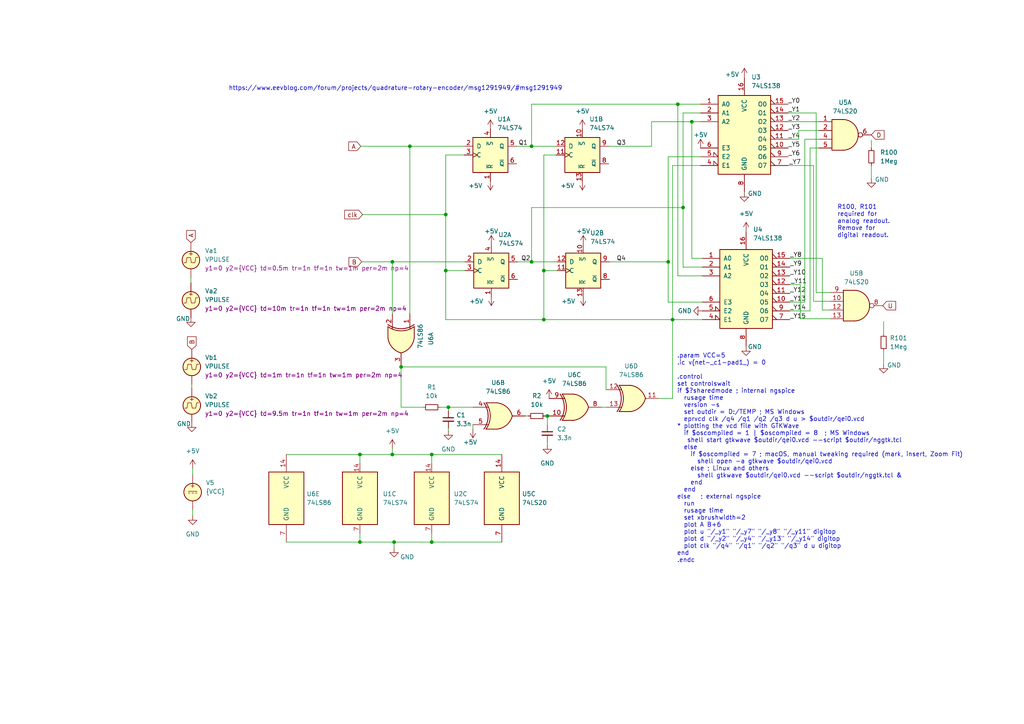
<source format=kicad_sch>
(kicad_sch (version 20230819) (generator eeschema)
  (paper "A4")
  (title_block (title "Quadrature Rotary Encoder") (date "2022-11-22") (comment 2 "Modified for KiCad/ngspice by Holger Vogt") (comment 3 "Author Ian.M"))
  (lib_symbols
    (symbol "74xx:74LS138" (pin_names (offset 1.016))
      (property "Reference" "U" (at -7.62 11.43 0))
      (property "Value" "74LS138" (at -7.62 -13.97 0))
      (symbol "74LS138_1_0"
        (pin input line (at -12.7 7.62 0) (length 5.08) (name "A0") (number "1"))
        (pin output output_low (at 12.7 -5.08 180) (length 5.08) (name "O5") (number "10"))
        (pin output output_low (at 12.7 -2.54 180) (length 5.08) (name "O4") (number "11"))
        (pin output output_low (at 12.7 0 180) (length 5.08) (name "O3") (number "12"))
        (pin output output_low (at 12.7 2.54 180) (length 5.08) (name "O2") (number "13"))
        (pin output output_low (at 12.7 5.08 180) (length 5.08) (name "O1") (number "14"))
        (pin output output_low (at 12.7 7.62 180) (length 5.08) (name "O0") (number "15"))
        (pin power_in line (at 0 15.24 270) (length 5.08) (name "VCC") (number "16"))
        (pin input line (at -12.7 5.08 0) (length 5.08) (name "A1") (number "2"))
        (pin input line (at -12.7 2.54 0) (length 5.08) (name "A2") (number "3"))
        (pin input input_low (at -12.7 -10.16 0) (length 5.08) (name "E1") (number "4"))
        (pin input input_low (at -12.7 -7.62 0) (length 5.08) (name "E2") (number "5"))
        (pin input line (at -12.7 -5.08 0) (length 5.08) (name "E3") (number "6"))
        (pin output output_low (at 12.7 -10.16 180) (length 5.08) (name "O7") (number "7"))
        (pin power_in line (at 0 -17.78 90) (length 5.08) (name "GND") (number "8"))
        (pin output output_low (at 12.7 -7.62 180) (length 5.08) (name "O6") (number "9"))
      )
      (symbol "74LS138_1_1"
        (rectangle (start -7.62 10.16) (end 7.62 -12.7) (stroke (width 0.254)) (fill (type background)))
      )
    )
    (symbol "74xx:74LS20" (pin_names (offset 1.016))
      (property "Reference" "U" (at 0 1.27 0))
      (property "Value" "74LS20" (at 0 -1.27 0))
      (symbol "74LS20_1_1"
        (arc (start -0.635 -4.445) (mid 3.7907 0) (end -0.635 4.445) (stroke (width 0.254)) (fill (type background)))
        (polyline (pts (xy -0.635 4.445) (xy -3.81 4.445) (xy -3.81 -4.445) (xy -0.635 -4.445)) (stroke (width 0.254)) (fill (type background)))
        (pin input line (at -7.62 3.81 0) (length 3.81) (name "~") (number "1"))
        (pin input line (at -7.62 1.27 0) (length 3.81) (name "~") (number "2"))
        (pin input line (at -7.62 -1.27 0) (length 3.81) (name "~") (number "4"))
        (pin input line (at -7.62 -3.81 0) (length 3.81) (name "~") (number "5"))
        (pin output inverted (at 7.62 0 180) (length 3.81) (name "~") (number "6"))
      )
      (symbol "74LS20_1_2"
        (arc (start -3.81 -4.445) (mid -2.5908 0) (end -3.81 4.445) (stroke (width 0.254)))
        (arc (start -0.6096 -4.445) (mid 2.2246 -2.8422) (end 3.81 0) (stroke (width 0.254)) (fill (type background)))
        (polyline (pts (xy -3.81 -4.445) (xy -0.635 -4.445)) (stroke (width 0.254)) (fill (type background)))
        (polyline (pts (xy -3.81 4.445) (xy -0.635 4.445)) (stroke (width 0.254)) (fill (type background)))
        (polyline (pts (xy -0.635 4.445) (xy -3.81 4.445) (xy -3.81 4.445) (xy -3.6322 4.0894) (xy -3.0988 2.921) (xy -2.7686 1.6764) (xy -2.6162 0.4318) (xy -2.6416 -0.8636) (xy -2.8702 -2.1082) (xy -3.2512 -3.3274) (xy -3.81 -4.445) (xy -3.81 -4.445) (xy -0.635 -4.445)) (stroke (width -25.4)) (fill (type background)))
        (arc (start 3.81 0) (mid 2.2204 2.8379) (end -0.6096 4.445) (stroke (width 0.254)) (fill (type background)))
        (pin input inverted (at -7.62 3.81 0) (length 3.81) (name "~") (number "1"))
        (pin input inverted (at -7.62 1.27 0) (length 4.826) (name "~") (number "2"))
        (pin input inverted (at -7.62 -1.27 0) (length 4.826) (name "~") (number "4"))
        (pin input inverted (at -7.62 -3.81 0) (length 3.81) (name "~") (number "5"))
        (pin output line (at 7.62 0 180) (length 3.81) (name "~") (number "6"))
      )
      (symbol "74LS20_2_1"
        (arc (start -0.635 -4.445) (mid 3.7907 0) (end -0.635 4.445) (stroke (width 0.254)) (fill (type background)))
        (polyline (pts (xy -0.635 4.445) (xy -3.81 4.445) (xy -3.81 -4.445) (xy -0.635 -4.445)) (stroke (width 0.254)) (fill (type background)))
        (pin input line (at -7.62 1.27 0) (length 3.81) (name "~") (number "10"))
        (pin input line (at -7.62 -1.27 0) (length 3.81) (name "~") (number "12"))
        (pin input line (at -7.62 -3.81 0) (length 3.81) (name "~") (number "13"))
        (pin output inverted (at 7.62 0 180) (length 3.81) (name "~") (number "8"))
        (pin input line (at -7.62 3.81 0) (length 3.81) (name "~") (number "9"))
      )
      (symbol "74LS20_2_2"
        (arc (start -3.81 -4.445) (mid -2.5908 0) (end -3.81 4.445) (stroke (width 0.254)))
        (arc (start -0.6096 -4.445) (mid 2.2246 -2.8422) (end 3.81 0) (stroke (width 0.254)) (fill (type background)))
        (polyline (pts (xy -3.81 -4.445) (xy -0.635 -4.445)) (stroke (width 0.254)) (fill (type background)))
        (polyline (pts (xy -3.81 4.445) (xy -0.635 4.445)) (stroke (width 0.254)) (fill (type background)))
        (polyline (pts (xy -0.635 4.445) (xy -3.81 4.445) (xy -3.81 4.445) (xy -3.6322 4.0894) (xy -3.0988 2.921) (xy -2.7686 1.6764) (xy -2.6162 0.4318) (xy -2.6416 -0.8636) (xy -2.8702 -2.1082) (xy -3.2512 -3.3274) (xy -3.81 -4.445) (xy -3.81 -4.445) (xy -0.635 -4.445)) (stroke (width -25.4)) (fill (type background)))
        (arc (start 3.81 0) (mid 2.2204 2.8379) (end -0.6096 4.445) (stroke (width 0.254)) (fill (type background)))
        (pin input inverted (at -7.62 1.27 0) (length 4.826) (name "~") (number "10"))
        (pin input inverted (at -7.62 -1.27 0) (length 4.826) (name "~") (number "12"))
        (pin input inverted (at -7.62 -3.81 0) (length 3.81) (name "~") (number "13"))
        (pin output line (at 7.62 0 180) (length 3.81) (name "~") (number "8"))
        (pin input inverted (at -7.62 3.81 0) (length 3.81) (name "~") (number "9"))
      )
      (symbol "74LS20_3_0"
        (pin power_in line (at 0 12.7 270) (length 5.08) (name "VCC") (number "14"))
        (pin power_in line (at 0 -12.7 90) (length 5.08) (name "GND") (number "7"))
      )
      (symbol "74LS20_3_1"
        (rectangle (start -5.08 7.62) (end 5.08 -7.62) (stroke (width 0.254)) (fill (type background)))
      )
    )
    (symbol "74xx:74LS74" (pin_names (offset 1.016))
      (property "Reference" "U" (at -7.62 8.89 0))
      (property "Value" "74LS74" (at -7.62 -8.89 0))
      (symbol "74LS74_1_0"
        (pin input line (at 0 -7.62 90) (length 2.54) (name "~{R}") (number "1"))
        (pin input line (at -7.62 2.54 0) (length 2.54) (name "D") (number "2"))
        (pin input clock (at -7.62 0 0) (length 2.54) (name "C") (number "3"))
        (pin input line (at 0 7.62 270) (length 2.54) (name "~{S}") (number "4"))
        (pin output line (at 7.62 2.54 180) (length 2.54) (name "Q") (number "5"))
        (pin output line (at 7.62 -2.54 180) (length 2.54) (name "~{Q}") (number "6"))
      )
      (symbol "74LS74_1_1"
        (rectangle (start -5.08 5.08) (end 5.08 -5.08) (stroke (width 0.254)) (fill (type background)))
      )
      (symbol "74LS74_2_0"
        (pin input line (at 0 7.62 270) (length 2.54) (name "~{S}") (number "10"))
        (pin input clock (at -7.62 0 0) (length 2.54) (name "C") (number "11"))
        (pin input line (at -7.62 2.54 0) (length 2.54) (name "D") (number "12"))
        (pin input line (at 0 -7.62 90) (length 2.54) (name "~{R}") (number "13"))
        (pin output line (at 7.62 -2.54 180) (length 2.54) (name "~{Q}") (number "8"))
        (pin output line (at 7.62 2.54 180) (length 2.54) (name "Q") (number "9"))
      )
      (symbol "74LS74_2_1"
        (rectangle (start -5.08 5.08) (end 5.08 -5.08) (stroke (width 0.254)) (fill (type background)))
      )
      (symbol "74LS74_3_0"
        (pin power_in line (at 0 10.16 270) (length 2.54) (name "VCC") (number "14"))
        (pin power_in line (at 0 -10.16 90) (length 2.54) (name "GND") (number "7"))
      )
      (symbol "74LS74_3_1"
        (rectangle (start -5.08 7.62) (end 5.08 -7.62) (stroke (width 0.254)) (fill (type background)))
      )
    )
    (symbol "74xx:74LS86" (pin_names (offset 1.016))
      (property "Reference" "U" (at 0 1.27 0))
      (property "Value" "74LS86" (at 0 -1.27 0))
      (symbol "74LS86_1_0"
        (arc (start -4.4196 -3.81) (mid -3.2033 0) (end -4.4196 3.81) (stroke (width 0.254)))
        (arc (start -3.81 -3.81) (mid -2.589 0) (end -3.81 3.81) (stroke (width 0.254)))
        (arc (start -0.6096 -3.81) (mid 2.1842 -2.5851) (end 3.81 0) (stroke (width 0.254)) (fill (type background)))
        (polyline (pts (xy -3.81 -3.81) (xy -0.635 -3.81)) (stroke (width 0.254)) (fill (type background)))
        (polyline (pts (xy -3.81 3.81) (xy -0.635 3.81)) (stroke (width 0.254)) (fill (type background)))
        (polyline (pts (xy -0.635 3.81) (xy -3.81 3.81) (xy -3.81 3.81) (xy -3.556 3.4036) (xy -3.0226 2.2606) (xy -2.6924 1.0414) (xy -2.6162 -0.254) (xy -2.7686 -1.4986) (xy -3.175 -2.7178) (xy -3.81 -3.81) (xy -3.81 -3.81) (xy -0.635 -3.81)) (stroke (width -25.4)) (fill (type background)))
        (arc (start 3.81 0) (mid 2.1915 2.5936) (end -0.6096 3.81) (stroke (width 0.254)) (fill (type background)))
        (pin input line (at -7.62 2.54 0) (length 4.445) (name "~") (number "1"))
        (pin input line (at -7.62 -2.54 0) (length 4.445) (name "~") (number "2"))
        (pin output line (at 7.62 0 180) (length 3.81) (name "~") (number "3"))
      )
      (symbol "74LS86_1_1"
        (polyline (pts (xy -3.81 -2.54) (xy -3.175 -2.54)) (stroke (width 0.1524)))
        (polyline (pts (xy -3.81 2.54) (xy -3.175 2.54)) (stroke (width 0.1524)))
      )
      (symbol "74LS86_2_0"
        (arc (start -4.4196 -3.81) (mid -3.2033 0) (end -4.4196 3.81) (stroke (width 0.254)))
        (arc (start -3.81 -3.81) (mid -2.589 0) (end -3.81 3.81) (stroke (width 0.254)))
        (arc (start -0.6096 -3.81) (mid 2.1842 -2.5851) (end 3.81 0) (stroke (width 0.254)) (fill (type background)))
        (polyline (pts (xy -3.81 -3.81) (xy -0.635 -3.81)) (stroke (width 0.254)) (fill (type background)))
        (polyline (pts (xy -3.81 3.81) (xy -0.635 3.81)) (stroke (width 0.254)) (fill (type background)))
        (polyline (pts (xy -0.635 3.81) (xy -3.81 3.81) (xy -3.81 3.81) (xy -3.556 3.4036) (xy -3.0226 2.2606) (xy -2.6924 1.0414) (xy -2.6162 -0.254) (xy -2.7686 -1.4986) (xy -3.175 -2.7178) (xy -3.81 -3.81) (xy -3.81 -3.81) (xy -0.635 -3.81)) (stroke (width -25.4)) (fill (type background)))
        (arc (start 3.81 0) (mid 2.1915 2.5936) (end -0.6096 3.81) (stroke (width 0.254)) (fill (type background)))
        (pin input line (at -7.62 2.54 0) (length 4.445) (name "~") (number "4"))
        (pin input line (at -7.62 -2.54 0) (length 4.445) (name "~") (number "5"))
        (pin output line (at 7.62 0 180) (length 3.81) (name "~") (number "6"))
      )
      (symbol "74LS86_2_1"
        (polyline (pts (xy -3.81 -2.54) (xy -3.175 -2.54)) (stroke (width 0.1524)))
        (polyline (pts (xy -3.81 2.54) (xy -3.175 2.54)) (stroke (width 0.1524)))
      )
      (symbol "74LS86_3_0"
        (arc (start -4.4196 -3.81) (mid -3.2033 0) (end -4.4196 3.81) (stroke (width 0.254)))
        (arc (start -3.81 -3.81) (mid -2.589 0) (end -3.81 3.81) (stroke (width 0.254)))
        (arc (start -0.6096 -3.81) (mid 2.1842 -2.5851) (end 3.81 0) (stroke (width 0.254)) (fill (type background)))
        (polyline (pts (xy -3.81 -3.81) (xy -0.635 -3.81)) (stroke (width 0.254)) (fill (type background)))
        (polyline (pts (xy -3.81 3.81) (xy -0.635 3.81)) (stroke (width 0.254)) (fill (type background)))
        (polyline (pts (xy -0.635 3.81) (xy -3.81 3.81) (xy -3.81 3.81) (xy -3.556 3.4036) (xy -3.0226 2.2606) (xy -2.6924 1.0414) (xy -2.6162 -0.254) (xy -2.7686 -1.4986) (xy -3.175 -2.7178) (xy -3.81 -3.81) (xy -3.81 -3.81) (xy -0.635 -3.81)) (stroke (width -25.4)) (fill (type background)))
        (arc (start 3.81 0) (mid 2.1915 2.5936) (end -0.6096 3.81) (stroke (width 0.254)) (fill (type background)))
        (pin input line (at -7.62 -2.54 0) (length 4.445) (name "~") (number "10"))
        (pin output line (at 7.62 0 180) (length 3.81) (name "~") (number "8"))
        (pin input line (at -7.62 2.54 0) (length 4.445) (name "~") (number "9"))
      )
      (symbol "74LS86_3_1"
        (polyline (pts (xy -3.81 -2.54) (xy -3.175 -2.54)) (stroke (width 0.1524)))
        (polyline (pts (xy -3.81 2.54) (xy -3.175 2.54)) (stroke (width 0.1524)))
      )
      (symbol "74LS86_4_0"
        (arc (start -4.4196 -3.81) (mid -3.2033 0) (end -4.4196 3.81) (stroke (width 0.254)))
        (arc (start -3.81 -3.81) (mid -2.589 0) (end -3.81 3.81) (stroke (width 0.254)))
        (arc (start -0.6096 -3.81) (mid 2.1842 -2.5851) (end 3.81 0) (stroke (width 0.254)) (fill (type background)))
        (polyline (pts (xy -3.81 -3.81) (xy -0.635 -3.81)) (stroke (width 0.254)) (fill (type background)))
        (polyline (pts (xy -3.81 3.81) (xy -0.635 3.81)) (stroke (width 0.254)) (fill (type background)))
        (polyline (pts (xy -0.635 3.81) (xy -3.81 3.81) (xy -3.81 3.81) (xy -3.556 3.4036) (xy -3.0226 2.2606) (xy -2.6924 1.0414) (xy -2.6162 -0.254) (xy -2.7686 -1.4986) (xy -3.175 -2.7178) (xy -3.81 -3.81) (xy -3.81 -3.81) (xy -0.635 -3.81)) (stroke (width -25.4)) (fill (type background)))
        (arc (start 3.81 0) (mid 2.1915 2.5936) (end -0.6096 3.81) (stroke (width 0.254)) (fill (type background)))
        (pin output line (at 7.62 0 180) (length 3.81) (name "~") (number "11"))
        (pin input line (at -7.62 2.54 0) (length 4.445) (name "~") (number "12"))
        (pin input line (at -7.62 -2.54 0) (length 4.445) (name "~") (number "13"))
      )
      (symbol "74LS86_4_1"
        (polyline (pts (xy -3.81 -2.54) (xy -3.175 -2.54)) (stroke (width 0.1524)))
        (polyline (pts (xy -3.81 2.54) (xy -3.175 2.54)) (stroke (width 0.1524)))
      )
      (symbol "74LS86_5_0"
        (pin power_in line (at 0 12.7 270) (length 5.08) (name "VCC") (number "14"))
        (pin power_in line (at 0 -12.7 90) (length 5.08) (name "GND") (number "7"))
      )
      (symbol "74LS86_5_1"
        (rectangle (start -5.08 7.62) (end 5.08 -7.62) (stroke (width 0.254)) (fill (type background)))
      )
    )
    (symbol "Device:C_Small" (pin_numbers hide) (pin_names (offset 0.254) hide)
      (property "Reference" "C" (at 0.254 1.778 0))
      (property "Value" "C_Small" (at 0.254 -2.032 0))
      (symbol "C_Small_0_1"
        (polyline (pts (xy -1.524 -0.508) (xy 1.524 -0.508)) (stroke (width 0.3302)))
        (polyline (pts (xy -1.524 0.508) (xy 1.524 0.508)) (stroke (width 0.3048)))
      )
      (symbol "C_Small_1_1"
        (pin passive line (at 0 2.54 270) (length 2.032) (name "~") (number "1"))
        (pin passive line (at 0 -2.54 90) (length 2.032) (name "~") (number "2"))
      )
    )
    (symbol "Device:R_Small" (pin_numbers hide) (pin_names (offset 0.254) hide)
      (property "Reference" "R" (at 0.762 0.508 0))
      (property "Value" "R_Small" (at 0.762 -1.016 0))
      (symbol "R_Small_0_1"
        (rectangle (start -0.762 1.778) (end 0.762 -1.778) (stroke (width 0.2032)))
      )
      (symbol "R_Small_1_1"
        (pin passive line (at 0 2.54 270) (length 0.762) (name "~") (number "1"))
        (pin passive line (at 0 -2.54 90) (length 0.762) (name "~") (number "2"))
      )
    )
    (symbol "Simulation_SPICE:VDC" (pin_numbers hide) (pin_names (offset 0.0254))
      (property "Reference" "V" (at 2.54 2.54 0))
      (property "Value" "VDC" (at 2.54 0 0))
      (property "Spice_Model" "dc(1)" (at 2.54 -2.54 0))
      (symbol "VDC_0_0"
        (polyline (pts (xy -1.27 0.254) (xy 1.27 0.254)))
        (polyline (pts (xy -0.762 -0.254) (xy -1.27 -0.254)))
        (polyline (pts (xy 0.254 -0.254) (xy -0.254 -0.254)))
        (polyline (pts (xy 1.27 -0.254) (xy 0.762 -0.254)))
        (text "+" (at 0 1.905 0) (effects (font (size 1.27 1.27))))
      )
      (symbol "VDC_0_1"
        (circle (center 0 0) (radius 2.54) (stroke (width 0.254)) (fill (type background)))
      )
      (symbol "VDC_1_1"
        (pin passive line (at 0 5.08 270) (length 2.54) (name "~") (number "1"))
        (pin passive line (at 0 -5.08 90) (length 2.54) (name "~") (number "2"))
      )
    )
    (symbol "Simulation_SPICE:VPULSE" (pin_numbers hide) (pin_names (offset 0.0254))
      (property "Reference" "V" (at 2.54 2.54 0))
      (property "Value" "VPULSE" (at 2.54 0 0))
      (property "Spice_Model" "pulse(0 1 2n 2n 2n 50n 100n)" (at 2.54 -2.54 0))
      (symbol "VPULSE_0_0"
        (polyline (pts (xy -2.032 -0.762) (xy -1.397 -0.762) (xy -1.143 0.762) (xy -0.127 0.762) (xy 0.127 -0.762) (xy 1.143 -0.762) (xy 1.397 0.762) (xy 2.032 0.762)))
        (text "+" (at 0 1.905 0) (effects (font (size 1.27 1.27))))
      )
      (symbol "VPULSE_0_1"
        (circle (center 0 0) (radius 2.54) (stroke (width 0.254)) (fill (type background)))
      )
      (symbol "VPULSE_1_1"
        (pin passive line (at 0 5.08 270) (length 2.54) (name "~") (number "1"))
        (pin passive line (at 0 -5.08 90) (length 2.54) (name "~") (number "2"))
      )
    )
    (symbol "power:+5V" (power) (pin_names (offset 0))
      (property "Value" "+5V" (at 0 3.556 0))
      (symbol "+5V_0_1"
        (polyline (pts (xy -0.762 1.27) (xy 0 2.54)))
        (polyline (pts (xy 0 0) (xy 0 2.54)))
        (polyline (pts (xy 0 2.54) (xy 0.762 1.27)))
      )
      (symbol "+5V_1_1"
        (pin power_in line (at 0 0 90) (length 0) hide (name "+5V") (number "1"))
      )
    )
    (symbol "power:GND" (power) (pin_names (offset 0))
      (property "Value" "GND" (at 0 -3.81 0))
      (symbol "GND_0_1"
        (polyline (pts (xy 0 0) (xy 0 -1.27) (xy 1.27 -1.27) (xy 0 -2.54) (xy -1.27 -1.27) (xy 0 -1.27)))
      )
      (symbol "GND_1_1"
        (pin power_in line (at 0 0 270) (length 0) hide (name "GND") (number "1"))
      )
    )
  )
  (junction (at 104.394 157.226))
  (junction (at 129.286 62.23))
  (junction (at 130.048 118.11))
  (junction (at 157.734 78.486))
  (junction (at 158.75 120.65))
  (junction (at 157.734 92.71))
  (junction (at 193.802 75.946))
  (junction (at 154.178 75.946))
  (junction (at 154.178 42.418))
  (junction (at 198.12 60.198))
  (junction (at 125.222 131.826))
  (junction (at 118.872 42.418))
  (junction (at 195.072 92.71))
  (junction (at 125.222 157.226))
  (junction (at 129.286 78.486))
  (junction (at 116.332 106.426))
  (junction (at 113.792 131.826))
  (junction (at 200.66 35.306))
  (junction (at 104.394 131.826))
  (junction (at 113.792 75.946))
  (junction (at 114.3 157.226))
  (junction (at 196.596 30.226))
  (wire (pts (xy 233.426 87.63) (xy 229.108 87.63)))
  (wire (pts (xy 158.75 120.65) (xy 159.258 120.65)))
  (wire (pts (xy 158.75 128.27) (xy 158.75 129.032)))
  (wire (pts (xy 203.708 80.01) (xy 196.596 80.01)))
  (wire (pts (xy 134.62 44.958) (xy 129.286 44.958)))
  (wire (pts (xy 198.12 60.198) (xy 198.12 32.766)))
  (wire (pts (xy 130.048 119.126) (xy 130.048 118.11)))
  (wire (pts (xy 228.6 32.766) (xy 236.728 32.766)))
  (wire (pts (xy 129.286 78.486) (xy 129.286 92.71)))
  (wire (pts (xy 104.394 154.686) (xy 104.394 157.226)))
  (wire (pts (xy 154.178 75.946) (xy 161.544 75.946)))
  (wire (pts (xy 175.768 113.03) (xy 175.768 106.426)))
  (wire (pts (xy 130.048 124.206) (xy 130.048 124.968)))
  (wire (pts (xy 195.072 92.71) (xy 195.072 115.57)))
  (wire (pts (xy 200.66 74.93) (xy 203.708 74.93)))
  (wire (pts (xy 228.6 40.386) (xy 231.648 40.386)))
  (wire (pts (xy 104.394 131.826) (xy 113.792 131.826)))
  (wire (pts (xy 252.73 48.006) (xy 252.73 51.816)))
  (wire (pts (xy 158.242 120.65) (xy 158.75 120.65)))
  (wire (pts (xy 161.29 44.958) (xy 157.734 44.958)))
  (wire (pts (xy 118.872 42.418) (xy 134.62 42.418)))
  (wire (pts (xy 154.178 42.418) (xy 161.29 42.418)))
  (wire (pts (xy 229.108 90.17) (xy 234.95 90.17)))
  (wire (pts (xy 235.966 48.006) (xy 235.966 87.376)))
  (wire (pts (xy 195.072 48.006) (xy 195.072 92.71)))
  (wire (pts (xy 55.88 147.828) (xy 55.88 149.606)))
  (wire (pts (xy 216.408 100.33) (xy 216.408 100.584)))
  (wire (pts (xy 154.178 60.198) (xy 154.178 75.946)))
  (wire (pts (xy 232.156 92.456) (xy 240.792 92.456)))
  (wire (pts (xy 125.222 131.826) (xy 145.542 131.826)))
  (wire (pts (xy 116.332 106.426) (xy 175.768 106.426)))
  (wire (pts (xy 176.53 42.418) (xy 188.976 42.418)))
  (wire (pts (xy 157.734 92.71) (xy 195.072 92.71)))
  (wire (pts (xy 228.6 35.306) (xy 237.49 35.306)))
  (wire (pts (xy 83.058 131.826) (xy 104.394 131.826)))
  (wire (pts (xy 229.108 82.55) (xy 232.156 82.55)))
  (wire (pts (xy 55.88 135.89) (xy 55.88 137.668)))
  (wire (pts (xy 196.596 30.226) (xy 203.2 30.226)))
  (wire (pts (xy 114.3 157.226) (xy 114.3 159.004)))
  (wire (pts (xy 158.75 123.19) (xy 158.75 120.65)))
  (wire (pts (xy 104.394 131.826) (xy 104.394 134.366)))
  (wire (pts (xy 196.596 80.01) (xy 196.596 30.226)))
  (wire (pts (xy 237.49 40.386) (xy 233.426 40.386)))
  (wire (pts (xy 193.802 45.466) (xy 203.2 45.466)))
  (wire (pts (xy 125.222 157.226) (xy 145.542 157.226)))
  (wire (pts (xy 157.734 78.486) (xy 157.734 92.71)))
  (wire (pts (xy 232.156 82.55) (xy 232.156 92.456)))
  (wire (pts (xy 125.222 154.686) (xy 125.222 157.226)))
  (wire (pts (xy 154.178 60.198) (xy 198.12 60.198)))
  (wire (pts (xy 236.728 84.836) (xy 240.792 84.836)))
  (wire (pts (xy 216.408 67.056) (xy 216.408 67.31)))
  (wire (pts (xy 256.286 101.854) (xy 256.286 105.664)))
  (wire (pts (xy 154.178 42.418) (xy 154.178 30.226)))
  (wire (pts (xy 231.648 37.846) (xy 237.49 37.846)))
  (wire (pts (xy 231.648 40.386) (xy 231.648 37.846)))
  (wire (pts (xy 104.394 157.226) (xy 114.3 157.226)))
  (wire (pts (xy 235.966 87.376) (xy 240.792 87.376)))
  (wire (pts (xy 215.9 55.626) (xy 215.9 55.88)))
  (wire (pts (xy 198.12 32.766) (xy 203.2 32.766)))
  (wire (pts (xy 234.95 42.926) (xy 237.49 42.926)))
  (wire (pts (xy 130.048 118.11) (xy 137.16 118.11)))
  (wire (pts (xy 256.286 93.218) (xy 256.286 96.774)))
  (wire (pts (xy 238.506 74.93) (xy 238.506 89.916)))
  (wire (pts (xy 229.108 74.93) (xy 238.506 74.93)))
  (wire (pts (xy 129.286 78.486) (xy 134.874 78.486)))
  (wire (pts (xy 114.3 157.226) (xy 125.222 157.226)))
  (wire (pts (xy 176.784 75.946) (xy 193.802 75.946)))
  (wire (pts (xy 236.728 32.766) (xy 236.728 84.836)))
  (wire (pts (xy 116.332 118.11) (xy 122.682 118.11)))
  (wire (pts (xy 195.072 115.57) (xy 191.008 115.57)))
  (wire (pts (xy 127.762 118.11) (xy 130.048 118.11)))
  (wire (pts (xy 129.286 44.958) (xy 129.286 62.23)))
  (wire (pts (xy 195.072 92.71) (xy 203.708 92.71)))
  (wire (pts (xy 188.976 42.418) (xy 188.976 35.306)))
  (wire (pts (xy 188.976 35.306) (xy 200.66 35.306)))
  (wire (pts (xy 198.12 77.47) (xy 198.12 60.198)))
  (wire (pts (xy 113.792 75.946) (xy 113.792 90.932)))
  (wire (pts (xy 116.332 106.172) (xy 116.332 106.426)))
  (wire (pts (xy 104.648 42.418) (xy 118.872 42.418)))
  (wire (pts (xy 193.802 75.946) (xy 193.802 45.466)))
  (wire (pts (xy 129.286 62.23) (xy 129.286 78.486)))
  (wire (pts (xy 55.372 80.518) (xy 55.372 82.042)))
  (wire (pts (xy 154.178 30.226) (xy 196.596 30.226)))
  (wire (pts (xy 234.95 90.17) (xy 234.95 42.926)))
  (wire (pts (xy 113.792 130.048) (xy 113.792 131.826)))
  (wire (pts (xy 118.872 42.418) (xy 118.872 90.932)))
  (wire (pts (xy 200.66 35.306) (xy 203.2 35.306)))
  (wire (pts (xy 233.426 40.386) (xy 233.426 87.63)))
  (wire (pts (xy 203.2 48.006) (xy 195.072 48.006)))
  (wire (pts (xy 104.902 75.946) (xy 113.792 75.946)))
  (wire (pts (xy 157.734 44.958) (xy 157.734 78.486)))
  (wire (pts (xy 83.058 157.226) (xy 104.394 157.226)))
  (wire (pts (xy 252.73 40.64) (xy 252.73 42.926)))
  (wire (pts (xy 228.6 48.006) (xy 235.966 48.006)))
  (wire (pts (xy 113.792 131.826) (xy 125.222 131.826)))
  (wire (pts (xy 193.802 75.946) (xy 193.802 87.63)))
  (wire (pts (xy 149.86 42.418) (xy 154.178 42.418)))
  (wire (pts (xy 152.4 120.65) (xy 153.162 120.65)))
  (wire (pts (xy 129.286 92.71) (xy 157.734 92.71)))
  (wire (pts (xy 238.506 89.916) (xy 240.792 89.916)))
  (wire (pts (xy 125.222 131.826) (xy 125.222 134.366)))
  (wire (pts (xy 193.802 87.63) (xy 203.708 87.63)))
  (wire (pts (xy 105.156 62.23) (xy 129.286 62.23)))
  (wire (pts (xy 116.332 106.426) (xy 116.332 118.11)))
  (wire (pts (xy 113.792 75.946) (xy 134.874 75.946)))
  (wire (pts (xy 55.626 111.506) (xy 55.626 112.522)))
  (wire (pts (xy 137.16 123.19) (xy 137.16 124.46)))
  (wire (pts (xy 150.114 75.946) (xy 154.178 75.946)))
  (wire (pts (xy 157.734 78.486) (xy 161.544 78.486)))
  (wire (pts (xy 215.9 22.352) (xy 215.9 22.606)))
  (wire (pts (xy 174.498 118.11) (xy 175.768 118.11)))
  (wire (pts (xy 200.66 35.306) (xy 200.66 74.93)))
  (wire (pts (xy 203.708 77.47) (xy 198.12 77.47)))
  (text ".param VCC=5\n.ic v(net-_c1-pad1_) = 0\n\n.control\nset controlswait\nif $?sharedmode ; internal ngspice\n  rusage time\n  version -s\n  set outdir = D:/TEMP ; MS Windows\n  eprvcd clk /q4 /q1 /q2 /q3 d u > $outdir/qei0.vcd\n* plotting the vcd file with GTKWave\n  if $oscompiled = 1 | $oscompiled = 8  ; MS Windows\n   shell start gtkwave $outdir/qei0.vcd --script $outdir/nggtk.tcl\n  else\n    if $oscompiled = 7 ; macOS, manual tweaking required (mark, insert, Zoom Fit)\n      shell open -a gtkwave $outdir/qei0.vcd\n    else ; Linux and others\n      shell gtkwave $outdir/qei0.vcd --script $outdir/nggtk.tcl &\n    end\n  end\nelse   ; external ngspice\n  run\n  rusage time\n  set xbrushwidth=2\n  plot A B+6\n  plot u \"/_y1\" \"/_y7\" \"/_y8\" \"/_y11\" digitop\n  plot d \"/_y2\" \"/_y4\" \"/_y13\" \"/_y14\" digitop\n  plot clk \"/q4\" \"/q1\" \"/q2\" \"/q3\" d u digitop\nend\n.endc" (at 196.342 163.322 0) (effects (font (size 1.27 1.27)) (justify left bottom)))
  (text "R100, R101\nrequired for\nanalog readout.\nRemove for\ndigital readout." (at 242.824 69.088 0) (effects (font (size 1.27 1.27)) (justify left bottom)))
  (text "https://www.eevblog.com/forum/projects/quadrature-rotary-encoder/msg1291949/#msg1291949" (at 66.294 26.416 0) (effects (font (size 1.27 1.27)) (justify left bottom)))
  (label "Q2" (at 151.13 75.946 0))
  (label "_Y12" (at 229.108 85.09 0))
  (label "_Y15" (at 229.108 92.71 0))
  (label "_Y13" (at 229.108 87.63 0))
  (label "Q4" (at 178.816 75.946 0))
  (label "Q1" (at 150.368 42.418 0))
  (label "_Y4" (at 228.6 40.386 0))
  (label "_Y14" (at 229.108 90.17 0))
  (label "_Y5" (at 228.6 42.926 0))
  (label "_Y3" (at 228.6 37.846 0))
  (label "_Y7" (at 228.854 48.006 0))
  (label "_Y2" (at 228.6 35.306 0))
  (label "_Y8" (at 229.108 74.93 0))
  (label "_Y11" (at 229.362 82.55 0))
  (label "Q3" (at 178.816 42.418 0))
  (label "_Y9" (at 229.108 77.47 0))
  (label "_Y10" (at 229.108 80.01 0))
  (label "_Y6" (at 228.6 45.466 0))
  (label "_Y0" (at 228.6 30.226 0))
  (label "_Y1" (at 228.6 32.766 0))
  (global_label "B" (shape input) (at 104.902 75.946 180) (property "Intersheetrefs" "${INTERSHEET_REFS}" (effects hide)))
  (global_label "A" (shape input) (at 55.372 70.358 90) (property "Intersheetrefs" "${INTERSHEET_REFS}" (effects hide)))
  (global_label "D" (shape input) (at 252.73 39.116 0) (property "Intersheetrefs" "${INTERSHEET_REFS}" (effects hide)))
  (global_label "B" (shape input) (at 55.626 101.346 90) (property "Intersheetrefs" "${INTERSHEET_REFS}" (effects hide)))
  (global_label "A" (shape input) (at 104.648 42.418 180) (property "Intersheetrefs" "${INTERSHEET_REFS}" (effects hide)))
  (global_label "clk" (shape input) (at 105.156 62.23 180) (property "Intersheetrefs" "${INTERSHEET_REFS}" (effects hide)))
  (global_label "U" (shape input) (at 256.032 88.646 0) (property "Intersheetrefs" "${INTERSHEET_REFS}" (effects hide)))
  (symbol (lib_id "74xx:74LS138") (at 216.408 82.55 0) (unit 1)
    (property "Reference" "U4" (at 218.4274 66.548 0) (effects (justify left)))
    (property "Value" "74LS138" (at 218.4274 69.088 0) (effects (justify left)))
    (property "Datasheet" "http://www.ti.com/lit/gpn/sn74LS138" (effects hide))
    (property "Sim.Library" "multi.lib" (effects hide))
    (property "Sim.Name" "74LS138M" (effects hide))
    (property "Sim.Pins" "1=A0 2=A1 3=A2 4=EN1 5=EN2 6=E3 7=O7 8=VGND 9=O6 10=O5 11=O4 12=O3 13=O2 14=O1 15=O0 16=VCC" (effects hide))
  )
  (symbol (lib_id "74xx:74LS74") (at 168.91 44.958 0) (unit 2)
    (property "Reference" "U1" (at 170.9294 34.544 0) (effects (justify left)))
    (property "Value" "74LS74" (at 170.9294 37.084 0) (effects (justify left)))
    (property "Datasheet" "74xx/74hc_hct74.pdf" (effects hide))
    (property "Sim.Library" "multi.lib" (effects hide))
    (property "Sim.Name" "74LS74M" (effects hide))
    (property "Sim.Pins" "1=_R1 2=D1 3=C1 4=_S1 5=Q1 6=_Q1 7=VGND 8=_Q2 9=Q2 10=_S2 11=C2 12=D2 13=_R2 14=VCC" (effects hide))
  )
  (symbol (lib_id "74xx:74LS74") (at 169.164 78.486 0) (unit 2)
    (property "Reference" "U2" (at 171.1834 67.564 0) (effects (justify left)))
    (property "Value" "74LS74" (at 171.1834 70.104 0) (effects (justify left)))
    (property "Datasheet" "74xx/74hc_hct74.pdf" (effects hide))
    (property "Sim.Library" "multi.lib" (effects hide))
    (property "Sim.Name" "74LS74M" (effects hide))
    (property "Sim.Pins" "1=_R1 2=D1 3=C1 4=_S1 5=Q1 6=_Q1 7=VGND 8=_Q2 9=Q2 10=_S2 11=C2 12=D2 13=_R2 14=VCC" (effects hide))
  )
  (symbol (lib_id "74xx:74LS74") (at 125.222 144.526 0) (unit 3)
    (property "Reference" "U2" (at 131.572 143.2559 0) (effects (justify left)))
    (property "Value" "74LS74" (at 131.572 145.7959 0) (effects (justify left)))
    (property "Datasheet" "74xx/74hc_hct74.pdf" (effects hide))
    (property "Sim.Library" "multi.lib" (effects hide))
    (property "Sim.Name" "74LS74M" (effects hide))
    (property "Sim.Pins" "1=_R1 2=D1 3=C1 4=_S1 5=Q1 6=_Q1 7=VGND 8=_Q2 9=Q2 10=_S2 11=C2 12=D2 13=_R2 14=VCC" (effects hide))
  )
  (symbol (lib_id "power:+5V") (at 113.792 130.048 0) (unit 1)
    (property "Reference" "#PWR0107" (effects hide))
    (property "Value" "+5V" (at 113.792 124.968 0))
  )
  (symbol (lib_id "74xx:74LS138") (at 215.9 37.846 0) (unit 1)
    (property "Reference" "U3" (at 217.9194 22.352 0) (effects (justify left)))
    (property "Value" "74LS138" (at 217.9194 24.892 0) (effects (justify left)))
    (property "Datasheet" "http://www.ti.com/lit/gpn/sn74LS138" (effects hide))
    (property "Sim.Library" "multi.lib" (effects hide))
    (property "Sim.Name" "74LS138M" (effects hide))
    (property "Sim.Pins" "1=A0 2=A1 3=A2 4=EN1 5=EN2 6=E3 7=O7 8=VGND 9=O6 10=O5 11=O4 12=O3 13=O2 14=O1 15=O0 16=VCC" (effects hide))
  )
  (symbol (lib_id "Device:R_Small") (at 252.73 45.466 0) (unit 1)
    (property "Reference" "R100" (at 255.27 44.1959 0) (effects (justify left)))
    (property "Value" "1Meg" (at 255.27 46.7359 0) (effects (justify left)))
  )
  (symbol (lib_id "power:GND") (at 55.372 92.202 0) (unit 1)
    (property "Reference" "#PWR0109" (effects hide))
    (property "Value" "GND" (at 53.086 92.456 0))
  )
  (symbol (lib_id "power:+5V") (at 142.494 70.866 0) (unit 1)
    (property "Reference" "#PWR0123" (effects hide))
    (property "Value" "+5V" (at 142.494 67.056 0))
  )
  (symbol (lib_id "power:GND") (at 158.75 129.032 0) (unit 1)
    (property "Reference" "#PWR0112" (effects hide))
    (property "Value" "GND" (at 158.75 134.366 0))
  )
  (symbol (lib_id "power:GND") (at 252.73 51.816 0) (unit 1)
    (property "Reference" "#PWR0125" (effects hide))
    (property "Value" "GND" (at 255.778 52.07 0))
  )
  (symbol (lib_id "power:GND") (at 114.3 159.004 0) (unit 1)
    (property "Reference" "#PWR0111" (effects hide))
    (property "Value" "GND" (at 118.11 161.544 0))
  )
  (symbol (lib_id "power:+5V") (at 215.9 22.352 0) (unit 1)
    (property "Reference" "#PWR0118" (effects hide))
    (property "Value" "+5V" (at 212.344 21.59 0))
  )
  (symbol (lib_id "power:GND") (at 216.408 100.584 0) (unit 1)
    (property "Reference" "#PWR0119" (effects hide))
    (property "Value" "GND" (at 218.948 100.584 0))
  )
  (symbol (lib_id "74xx:74LS20") (at 145.542 144.526 0) (unit 3)
    (property "Reference" "U5" (at 151.384 143.2559 0) (effects (justify left)))
    (property "Value" "74LS20" (at 151.384 145.7959 0) (effects (justify left)))
    (property "Datasheet" "http://www.ti.com/lit/gpn/sn74LS20" (effects hide))
    (property "Sim.Library" "multi.lib" (effects hide))
    (property "Sim.Name" "74LS20M" (effects hide))
    (property "Sim.Pins" "1=1 2=2 4=3 5=4 6=5 7=6 9=7 10=8 12=9 13=10 8=11 14=12" (effects hide))
  )
  (symbol (lib_id "power:+5V") (at 169.164 86.106 0) (mirror x) (unit 1)
    (property "Reference" "#PWR0105" (effects hide))
    (property "Value" "+5V" (at 166.878 87.3759 0) (effects (justify right)))
  )
  (symbol (lib_id "power:GND") (at 203.708 90.17 270) (unit 1)
    (property "Reference" "#PWR0120" (effects hide))
    (property "Value" "GND" (at 198.628 90.17 90))
  )
  (symbol (lib_id "power:+5V") (at 55.88 135.89 0) (unit 1)
    (property "Reference" "#PWR0114" (effects hide))
    (property "Value" "+5V" (at 55.88 130.81 0))
  )
  (symbol (lib_id "74xx:74LS74") (at 104.394 144.526 0) (unit 3)
    (property "Reference" "U1" (at 110.998 143.2559 0) (effects (justify left)))
    (property "Value" "74LS74" (at 110.998 145.7959 0) (effects (justify left)))
    (property "Datasheet" "74xx/74hc_hct74.pdf" (effects hide))
    (property "Sim.Library" "multi.lib" (effects hide))
    (property "Sim.Name" "74LS74M" (effects hide))
    (property "Sim.Pins" "1=_R1 2=D1 3=C1 4=_S1 5=Q1 6=_Q1 7=VGND 8=_Q2 9=Q2 10=_S2 11=C2 12=D2 13=_R2 14=VCC" (effects hide))
  )
  (symbol (lib_id "power:GND") (at 55.626 122.682 0) (unit 1)
    (property "Reference" "#PWR0106" (effects hide))
    (property "Value" "GND" (at 53.34 122.936 0))
  )
  (symbol (lib_id "74xx:74LS20") (at 245.11 39.116 0) (unit 1)
    (property "Reference" "U5" (at 245.11 29.718 0))
    (property "Value" "74LS20" (at 245.11 32.258 0))
    (property "Datasheet" "http://www.ti.com/lit/gpn/sn74LS20" (effects hide))
    (property "Sim.Library" "multi.lib" (effects hide))
    (property "Sim.Name" "74LS20M" (effects hide))
    (property "Sim.Pins" "1=1 2=2 4=3 5=4 6=5 7=6 9=7 10=8 12=9 13=10 8=11 14=12" (effects hide))
  )
  (symbol (lib_id "power:GND") (at 130.048 124.968 0) (unit 1)
    (property "Reference" "#PWR0108" (effects hide))
    (property "Value" "GND" (at 130.048 130.302 0))
  )
  (symbol (lib_id "power:GND") (at 215.9 55.88 0) (unit 1)
    (property "Reference" "#PWR0116" (effects hide))
    (property "Value" "GND" (at 218.948 56.134 0))
  )
  (symbol (lib_id "power:+5V") (at 169.164 70.866 0) (unit 1)
    (property "Reference" "#PWR0104" (effects hide))
    (property "Value" "+5V" (at 169.164 67.056 0))
  )
  (symbol (lib_id "Device:R_Small") (at 125.222 118.11 90) (unit 1)
    (property "Reference" "R1" (at 125.222 112.268 90))
    (property "Value" "10k" (at 125.222 114.808 90))
  )
  (symbol (lib_id "power:GND") (at 55.88 149.606 0) (unit 1)
    (property "Reference" "#PWR0113" (effects hide))
    (property "Value" "GND" (at 55.88 154.94 0))
  )
  (symbol (lib_id "74xx:74LS20") (at 248.412 88.646 0) (unit 2)
    (property "Reference" "U5" (at 248.412 79.248 0))
    (property "Value" "74LS20" (at 248.412 81.788 0))
    (property "Datasheet" "http://www.ti.com/lit/gpn/sn74LS20" (effects hide))
    (property "Sim.Library" "multi.lib" (effects hide))
    (property "Sim.Name" "74LS20M" (effects hide))
    (property "Sim.Pins" "1=1 2=2 4=3 5=4 6=5 7=6 9=7 10=8 12=9 13=10 8=11 14=12" (effects hide))
  )
  (symbol (lib_id "power:+5V") (at 216.408 67.056 0) (unit 1)
    (property "Reference" "#PWR0117" (effects hide))
    (property "Value" "+5V" (at 216.408 61.976 0))
  )
  (symbol (lib_id "power:+5V") (at 203.2 42.926 0) (unit 1)
    (property "Reference" "#PWR0115" (effects hide))
    (property "Value" "+5V" (at 203.2 39.116 0))
  )
  (symbol (lib_id "Simulation_SPICE:VPULSE") (at 55.626 117.602 0) (unit 1)
    (property "Reference" "Vb2" (at 59.436 114.8721 0) (effects (justify left)))
    (property "Value" "VPULSE" (at 59.436 117.4121 0) (effects (justify left)))
    (property "Sim.Device" "V" (effects hide))
    (property "Sim.Type" "PULSE" (effects hide))
    (property "Sim.Params" "y1=0 y2={VCC} td=9.5m tr=1n tf=1n tw=1m per=2m np=4" (at 59.436 119.9521 0) (effects (justify left)))
    (property "Sim.Pins" "1=+ 2=-" (effects hide))
  )
  (symbol (lib_id "power:+5V") (at 168.91 52.578 0) (mirror x) (unit 1)
    (property "Reference" "#PWR0102" (effects hide))
    (property "Value" "+5V" (at 166.624 53.8479 0) (effects (justify right)))
  )
  (symbol (lib_id "74xx:74LS74") (at 142.24 44.958 0) (unit 1)
    (property "Reference" "U1" (at 144.2594 34.544 0) (effects (justify left)))
    (property "Value" "74LS74" (at 144.2594 37.084 0) (effects (justify left)))
    (property "Datasheet" "74xx/74hc_hct74.pdf" (effects hide))
    (property "Sim.Library" "multi.lib" (effects hide))
    (property "Sim.Name" "74LS74M" (effects hide))
    (property "Sim.Pins" "1=_R1 2=D1 3=C1 4=_S1 5=Q1 6=_Q1 7=VGND 8=_Q2 9=Q2 10=_S2 11=C2 12=D2 13=_R2 14=VCC" (effects hide))
  )
  (symbol (lib_id "power:+5V") (at 142.494 86.106 0) (mirror x) (unit 1)
    (property "Reference" "#PWR0122" (effects hide))
    (property "Value" "+5V" (at 140.208 87.3759 0) (effects (justify right)))
  )
  (symbol (lib_id "power:+5V") (at 168.91 37.338 0) (unit 1)
    (property "Reference" "#PWR0103" (effects hide))
    (property "Value" "+5V" (at 168.91 32.258 0))
  )
  (symbol (lib_id "74xx:74LS86") (at 144.78 120.65 0) (unit 2)
    (property "Reference" "U6" (at 144.4752 110.998 0))
    (property "Value" "74LS86" (at 144.4752 113.538 0))
    (property "Datasheet" "74xx/74ls86.pdf" (effects hide))
    (property "Sim.Library" "multi.lib" (effects hide))
    (property "Sim.Name" "74LS86M" (effects hide))
    (property "Sim.Pins" "1=1A 2=1B 3=1Y 4=2A 5=2B 6=2Y 7=VGND 8=3Y 9=3A 10=3B 11=4Y 12=4A 13=4B 14=VCC" (effects hide))
  )
  (symbol (lib_id "power:+5V") (at 142.24 52.578 0) (mirror x) (unit 1)
    (property "Reference" "#PWR0121" (effects hide))
    (property "Value" "+5V" (at 139.954 53.8479 0) (effects (justify right)))
  )
  (symbol (lib_id "Device:C_Small") (at 158.75 125.73 0) (unit 1)
    (property "Reference" "C2" (at 161.544 124.4662 0) (effects (justify left)))
    (property "Value" "3.3n" (at 161.544 127.0062 0) (effects (justify left)))
  )
  (symbol (lib_id "Simulation_SPICE:VDC") (at 55.88 142.748 0) (unit 1)
    (property "Reference" "V5" (at 59.69 140.0181 0) (effects (justify left)))
    (property "Value" "{VCC}" (at 59.69 142.5581 0) (effects (justify left)))
    (property "Sim.Device" "V" (effects hide))
    (property "Sim.Type" "DC" (effects hide))
    (property "Sim.Pins" "1=+ 2=-" (effects hide))
  )
  (symbol (lib_id "power:+5V") (at 137.16 124.46 0) (mirror x) (unit 1)
    (property "Reference" "#PWR0110" (effects hide))
    (property "Value" "+5V" (at 138.43 128.27 0) (effects (justify right)))
  )
  (symbol (lib_id "Simulation_SPICE:VPULSE") (at 55.372 87.122 0) (unit 1)
    (property "Reference" "Va2" (at 59.436 84.3921 0) (effects (justify left)))
    (property "Value" "VPULSE" (at 59.436 86.9321 0) (effects (justify left)))
    (property "Sim.Device" "V" (effects hide))
    (property "Sim.Type" "PULSE" (effects hide))
    (property "Sim.Params" "y1=0 y2={VCC} td=10m tr=1n tf=1n tw=1m per=2m np=4" (at 59.436 89.4721 0) (effects (justify left)))
    (property "Sim.Pins" "1=+ 2=-" (effects hide))
  )
  (symbol (lib_id "Simulation_SPICE:VPULSE") (at 55.372 75.438 0) (unit 1)
    (property "Reference" "Va1" (at 59.436 72.7081 0) (effects (justify left)))
    (property "Value" "VPULSE" (at 59.436 75.2481 0) (effects (justify left)))
    (property "Sim.Device" "V" (effects hide))
    (property "Sim.Type" "PULSE" (effects hide))
    (property "Sim.Params" "y1=0 y2={VCC} td=0.5m tr=1n tf=1n tw=1m per=2m np=4" (at 59.436 77.7881 0) (effects (justify left)))
    (property "Sim.Pins" "1=+ 2=-" (effects hide))
  )
  (symbol (lib_id "Device:R_Small") (at 256.286 99.314 0) (unit 1)
    (property "Reference" "R101" (at 258.064 98.0439 0) (effects (justify left)))
    (property "Value" "1Meg" (at 258.064 100.5839 0) (effects (justify left)))
  )
  (symbol (lib_id "power:GND") (at 256.286 105.664 0) (unit 1)
    (property "Reference" "#PWR0126" (effects hide))
    (property "Value" "GND" (at 259.334 105.918 0))
  )
  (symbol (lib_id "Simulation_SPICE:VPULSE") (at 55.626 106.426 0) (unit 1)
    (property "Reference" "Vb1" (at 59.436 103.6961 0) (effects (justify left)))
    (property "Value" "VPULSE" (at 59.436 106.2361 0) (effects (justify left)))
    (property "Sim.Device" "V" (effects hide))
    (property "Sim.Type" "PULSE" (effects hide))
    (property "Sim.Params" "y1=0 y2={VCC} td=1m tr=1n tf=1n tw=1m per=2m np=4" (at 59.436 108.7761 0) (effects (justify left)))
    (property "Sim.Pins" "1=+ 2=-" (effects hide))
  )
  (symbol (lib_id "74xx:74LS86") (at 83.058 144.526 0) (unit 5)
    (property "Reference" "U6" (at 88.9 143.2559 0) (effects (justify left)))
    (property "Value" "74LS86" (at 88.9 145.7959 0) (effects (justify left)))
    (property "Datasheet" "74xx/74ls86.pdf" (effects hide))
    (property "Sim.Library" "multi.lib" (effects hide))
    (property "Sim.Name" "74LS86M" (effects hide))
    (property "Sim.Pins" "1=1A 2=1B 3=1Y 4=2A 5=2B 6=2Y 7=VGND 8=3Y 9=3A 10=3B 11=4Y 12=4A 13=4B 14=VCC" (effects hide))
  )
  (symbol (lib_id "74xx:74LS74") (at 142.494 78.486 0) (unit 1)
    (property "Reference" "U2" (at 144.5134 68.072 0) (effects (justify left)))
    (property "Value" "74LS74" (at 144.5134 70.612 0) (effects (justify left)))
    (property "Datasheet" "74xx/74hc_hct74.pdf" (effects hide))
    (property "Sim.Library" "multi.lib" (effects hide))
    (property "Sim.Name" "74LS74M" (effects hide))
    (property "Sim.Pins" "1=_R1 2=D1 3=C1 4=_S1 5=Q1 6=_Q1 7=VGND 8=_Q2 9=Q2 10=_S2 11=C2 12=D2 13=_R2 14=VCC" (effects hide))
  )
  (symbol (lib_id "power:+5V") (at 159.258 115.57 0) (unit 1)
    (property "Reference" "#PWR0124" (effects hide))
    (property "Value" "+5V" (at 159.258 110.49 0))
  )
  (symbol (lib_id "74xx:74LS86") (at 183.388 115.57 0) (unit 4)
    (property "Reference" "U6" (at 183.0832 106.172 0))
    (property "Value" "74LS86" (at 183.0832 108.712 0))
    (property "Datasheet" "74xx/74ls86.pdf" (effects hide))
    (property "Sim.Library" "multi.lib" (effects hide))
    (property "Sim.Name" "74LS86M" (effects hide))
    (property "Sim.Pins" "1=1A 2=1B 3=1Y 4=2A 5=2B 6=2Y 7=VGND 8=3Y 9=3A 10=3B 11=4Y 12=4A 13=4B 14=VCC" (effects hide))
  )
  (symbol (lib_id "Device:C_Small") (at 130.048 121.666 0) (unit 1)
    (property "Reference" "C1" (at 132.334 120.396 0) (effects (justify left)))
    (property "Value" "3.3n" (at 132.334 122.936 0) (effects (justify left)))
  )
  (symbol (lib_id "74xx:74LS86") (at 166.878 118.11 0) (unit 3)
    (property "Reference" "U6" (at 166.5732 108.712 0))
    (property "Value" "74LS86" (at 166.5732 111.252 0))
    (property "Datasheet" "74xx/74ls86.pdf" (effects hide))
    (property "Sim.Library" "multi.lib" (effects hide))
    (property "Sim.Name" "74LS86M" (effects hide))
    (property "Sim.Pins" "1=1A 2=1B 3=1Y 4=2A 5=2B 6=2Y 7=VGND 8=3Y 9=3A 10=3B 11=4Y 12=4A 13=4B 14=VCC" (effects hide))
  )
  (symbol (lib_id "74xx:74LS86") (at 116.332 98.552 270) (unit 1)
    (property "Reference" "U6" (at 124.968 98.2472 0))
    (property "Value" "74LS86" (at 121.92 97.536 0))
    (property "Datasheet" "74xx/74ls86.pdf" (effects hide))
    (property "Sim.Library" "multi.lib" (effects hide))
    (property "Sim.Name" "74LS86M" (effects hide))
    (property "Sim.Pins" "1=1A 2=1B 3=1Y 4=2A 5=2B 6=2Y 7=VGND 8=3Y 9=3A 10=3B 11=4Y 12=4A 13=4B 14=VCC" (effects hide))
  )
  (symbol (lib_id "power:+5V") (at 142.24 37.338 0) (unit 1)
    (property "Reference" "#PWR0101" (effects hide))
    (property "Value" "+5V" (at 142.24 32.258 0))
  )
  (symbol (lib_id "Device:R_Small") (at 155.702 120.65 90) (unit 1)
    (property "Reference" "R2" (at 155.702 114.808 90))
    (property "Value" "10k" (at 155.702 117.348 90))
  )
)
</source>
